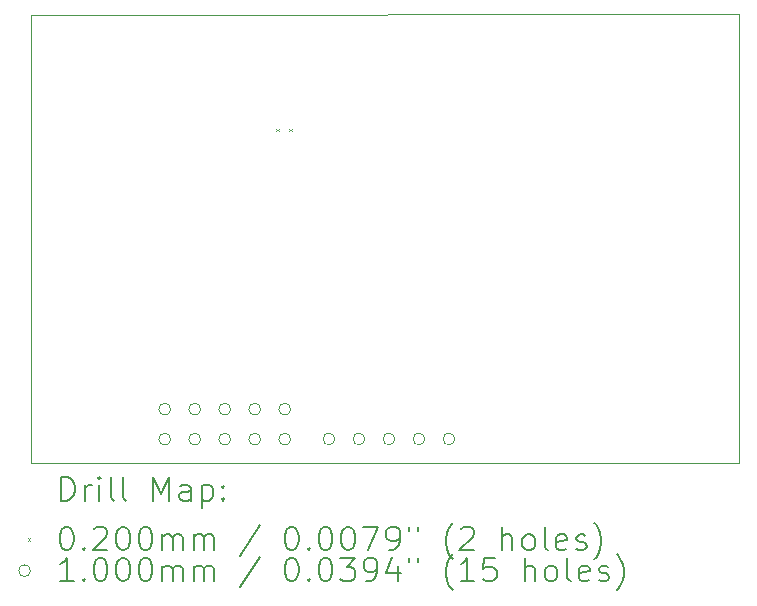
<source format=gbr>
%TF.GenerationSoftware,KiCad,Pcbnew,7.0.6*%
%TF.CreationDate,2024-04-19T14:08:24+03:00*%
%TF.ProjectId,esc,6573632e-6b69-4636-9164-5f7063625858,rev?*%
%TF.SameCoordinates,Original*%
%TF.FileFunction,Drillmap*%
%TF.FilePolarity,Positive*%
%FSLAX45Y45*%
G04 Gerber Fmt 4.5, Leading zero omitted, Abs format (unit mm)*
G04 Created by KiCad (PCBNEW 7.0.6) date 2024-04-19 14:08:24*
%MOMM*%
%LPD*%
G01*
G04 APERTURE LIST*
%ADD10C,0.100000*%
%ADD11C,0.200000*%
%ADD12C,0.020000*%
G04 APERTURE END LIST*
D10*
X10590000Y-3200000D02*
X4601000Y-3201000D01*
X10590000Y-6999000D02*
X10590000Y-3200000D01*
X10590000Y-6999000D02*
X4598500Y-7000000D01*
X4601000Y-3201000D02*
X4598500Y-7000000D01*
D11*
D12*
X6674250Y-4167750D02*
X6694250Y-4187750D01*
X6694250Y-4167750D02*
X6674250Y-4187750D01*
X6784250Y-4167750D02*
X6804250Y-4187750D01*
X6804250Y-4167750D02*
X6784250Y-4187750D01*
D10*
X5780500Y-6542500D02*
G75*
G03*
X5780500Y-6542500I-50000J0D01*
G01*
X5780500Y-6796500D02*
G75*
G03*
X5780500Y-6796500I-50000J0D01*
G01*
X6034500Y-6542500D02*
G75*
G03*
X6034500Y-6542500I-50000J0D01*
G01*
X6034500Y-6796500D02*
G75*
G03*
X6034500Y-6796500I-50000J0D01*
G01*
X6288500Y-6542500D02*
G75*
G03*
X6288500Y-6542500I-50000J0D01*
G01*
X6288500Y-6796500D02*
G75*
G03*
X6288500Y-6796500I-50000J0D01*
G01*
X6542500Y-6542500D02*
G75*
G03*
X6542500Y-6542500I-50000J0D01*
G01*
X6542500Y-6796500D02*
G75*
G03*
X6542500Y-6796500I-50000J0D01*
G01*
X6796500Y-6542500D02*
G75*
G03*
X6796500Y-6542500I-50000J0D01*
G01*
X6796500Y-6796500D02*
G75*
G03*
X6796500Y-6796500I-50000J0D01*
G01*
X7171000Y-6795000D02*
G75*
G03*
X7171000Y-6795000I-50000J0D01*
G01*
X7425000Y-6795000D02*
G75*
G03*
X7425000Y-6795000I-50000J0D01*
G01*
X7679000Y-6795000D02*
G75*
G03*
X7679000Y-6795000I-50000J0D01*
G01*
X7933000Y-6795000D02*
G75*
G03*
X7933000Y-6795000I-50000J0D01*
G01*
X8187000Y-6795000D02*
G75*
G03*
X8187000Y-6795000I-50000J0D01*
G01*
D11*
X4854277Y-7316484D02*
X4854277Y-7116484D01*
X4854277Y-7116484D02*
X4901896Y-7116484D01*
X4901896Y-7116484D02*
X4930467Y-7126008D01*
X4930467Y-7126008D02*
X4949515Y-7145055D01*
X4949515Y-7145055D02*
X4959039Y-7164103D01*
X4959039Y-7164103D02*
X4968563Y-7202198D01*
X4968563Y-7202198D02*
X4968563Y-7230769D01*
X4968563Y-7230769D02*
X4959039Y-7268865D01*
X4959039Y-7268865D02*
X4949515Y-7287912D01*
X4949515Y-7287912D02*
X4930467Y-7306960D01*
X4930467Y-7306960D02*
X4901896Y-7316484D01*
X4901896Y-7316484D02*
X4854277Y-7316484D01*
X5054277Y-7316484D02*
X5054277Y-7183150D01*
X5054277Y-7221246D02*
X5063801Y-7202198D01*
X5063801Y-7202198D02*
X5073324Y-7192674D01*
X5073324Y-7192674D02*
X5092372Y-7183150D01*
X5092372Y-7183150D02*
X5111420Y-7183150D01*
X5178086Y-7316484D02*
X5178086Y-7183150D01*
X5178086Y-7116484D02*
X5168563Y-7126008D01*
X5168563Y-7126008D02*
X5178086Y-7135531D01*
X5178086Y-7135531D02*
X5187610Y-7126008D01*
X5187610Y-7126008D02*
X5178086Y-7116484D01*
X5178086Y-7116484D02*
X5178086Y-7135531D01*
X5301896Y-7316484D02*
X5282848Y-7306960D01*
X5282848Y-7306960D02*
X5273324Y-7287912D01*
X5273324Y-7287912D02*
X5273324Y-7116484D01*
X5406658Y-7316484D02*
X5387610Y-7306960D01*
X5387610Y-7306960D02*
X5378086Y-7287912D01*
X5378086Y-7287912D02*
X5378086Y-7116484D01*
X5635229Y-7316484D02*
X5635229Y-7116484D01*
X5635229Y-7116484D02*
X5701896Y-7259341D01*
X5701896Y-7259341D02*
X5768562Y-7116484D01*
X5768562Y-7116484D02*
X5768562Y-7316484D01*
X5949515Y-7316484D02*
X5949515Y-7211722D01*
X5949515Y-7211722D02*
X5939991Y-7192674D01*
X5939991Y-7192674D02*
X5920943Y-7183150D01*
X5920943Y-7183150D02*
X5882848Y-7183150D01*
X5882848Y-7183150D02*
X5863801Y-7192674D01*
X5949515Y-7306960D02*
X5930467Y-7316484D01*
X5930467Y-7316484D02*
X5882848Y-7316484D01*
X5882848Y-7316484D02*
X5863801Y-7306960D01*
X5863801Y-7306960D02*
X5854277Y-7287912D01*
X5854277Y-7287912D02*
X5854277Y-7268865D01*
X5854277Y-7268865D02*
X5863801Y-7249817D01*
X5863801Y-7249817D02*
X5882848Y-7240293D01*
X5882848Y-7240293D02*
X5930467Y-7240293D01*
X5930467Y-7240293D02*
X5949515Y-7230769D01*
X6044753Y-7183150D02*
X6044753Y-7383150D01*
X6044753Y-7192674D02*
X6063801Y-7183150D01*
X6063801Y-7183150D02*
X6101896Y-7183150D01*
X6101896Y-7183150D02*
X6120943Y-7192674D01*
X6120943Y-7192674D02*
X6130467Y-7202198D01*
X6130467Y-7202198D02*
X6139991Y-7221246D01*
X6139991Y-7221246D02*
X6139991Y-7278388D01*
X6139991Y-7278388D02*
X6130467Y-7297436D01*
X6130467Y-7297436D02*
X6120943Y-7306960D01*
X6120943Y-7306960D02*
X6101896Y-7316484D01*
X6101896Y-7316484D02*
X6063801Y-7316484D01*
X6063801Y-7316484D02*
X6044753Y-7306960D01*
X6225705Y-7297436D02*
X6235229Y-7306960D01*
X6235229Y-7306960D02*
X6225705Y-7316484D01*
X6225705Y-7316484D02*
X6216182Y-7306960D01*
X6216182Y-7306960D02*
X6225705Y-7297436D01*
X6225705Y-7297436D02*
X6225705Y-7316484D01*
X6225705Y-7192674D02*
X6235229Y-7202198D01*
X6235229Y-7202198D02*
X6225705Y-7211722D01*
X6225705Y-7211722D02*
X6216182Y-7202198D01*
X6216182Y-7202198D02*
X6225705Y-7192674D01*
X6225705Y-7192674D02*
X6225705Y-7211722D01*
D12*
X4573500Y-7635000D02*
X4593500Y-7655000D01*
X4593500Y-7635000D02*
X4573500Y-7655000D01*
D11*
X4892372Y-7536484D02*
X4911420Y-7536484D01*
X4911420Y-7536484D02*
X4930467Y-7546008D01*
X4930467Y-7546008D02*
X4939991Y-7555531D01*
X4939991Y-7555531D02*
X4949515Y-7574579D01*
X4949515Y-7574579D02*
X4959039Y-7612674D01*
X4959039Y-7612674D02*
X4959039Y-7660293D01*
X4959039Y-7660293D02*
X4949515Y-7698388D01*
X4949515Y-7698388D02*
X4939991Y-7717436D01*
X4939991Y-7717436D02*
X4930467Y-7726960D01*
X4930467Y-7726960D02*
X4911420Y-7736484D01*
X4911420Y-7736484D02*
X4892372Y-7736484D01*
X4892372Y-7736484D02*
X4873324Y-7726960D01*
X4873324Y-7726960D02*
X4863801Y-7717436D01*
X4863801Y-7717436D02*
X4854277Y-7698388D01*
X4854277Y-7698388D02*
X4844753Y-7660293D01*
X4844753Y-7660293D02*
X4844753Y-7612674D01*
X4844753Y-7612674D02*
X4854277Y-7574579D01*
X4854277Y-7574579D02*
X4863801Y-7555531D01*
X4863801Y-7555531D02*
X4873324Y-7546008D01*
X4873324Y-7546008D02*
X4892372Y-7536484D01*
X5044753Y-7717436D02*
X5054277Y-7726960D01*
X5054277Y-7726960D02*
X5044753Y-7736484D01*
X5044753Y-7736484D02*
X5035229Y-7726960D01*
X5035229Y-7726960D02*
X5044753Y-7717436D01*
X5044753Y-7717436D02*
X5044753Y-7736484D01*
X5130467Y-7555531D02*
X5139991Y-7546008D01*
X5139991Y-7546008D02*
X5159039Y-7536484D01*
X5159039Y-7536484D02*
X5206658Y-7536484D01*
X5206658Y-7536484D02*
X5225705Y-7546008D01*
X5225705Y-7546008D02*
X5235229Y-7555531D01*
X5235229Y-7555531D02*
X5244753Y-7574579D01*
X5244753Y-7574579D02*
X5244753Y-7593627D01*
X5244753Y-7593627D02*
X5235229Y-7622198D01*
X5235229Y-7622198D02*
X5120944Y-7736484D01*
X5120944Y-7736484D02*
X5244753Y-7736484D01*
X5368563Y-7536484D02*
X5387610Y-7536484D01*
X5387610Y-7536484D02*
X5406658Y-7546008D01*
X5406658Y-7546008D02*
X5416182Y-7555531D01*
X5416182Y-7555531D02*
X5425705Y-7574579D01*
X5425705Y-7574579D02*
X5435229Y-7612674D01*
X5435229Y-7612674D02*
X5435229Y-7660293D01*
X5435229Y-7660293D02*
X5425705Y-7698388D01*
X5425705Y-7698388D02*
X5416182Y-7717436D01*
X5416182Y-7717436D02*
X5406658Y-7726960D01*
X5406658Y-7726960D02*
X5387610Y-7736484D01*
X5387610Y-7736484D02*
X5368563Y-7736484D01*
X5368563Y-7736484D02*
X5349515Y-7726960D01*
X5349515Y-7726960D02*
X5339991Y-7717436D01*
X5339991Y-7717436D02*
X5330467Y-7698388D01*
X5330467Y-7698388D02*
X5320944Y-7660293D01*
X5320944Y-7660293D02*
X5320944Y-7612674D01*
X5320944Y-7612674D02*
X5330467Y-7574579D01*
X5330467Y-7574579D02*
X5339991Y-7555531D01*
X5339991Y-7555531D02*
X5349515Y-7546008D01*
X5349515Y-7546008D02*
X5368563Y-7536484D01*
X5559039Y-7536484D02*
X5578086Y-7536484D01*
X5578086Y-7536484D02*
X5597134Y-7546008D01*
X5597134Y-7546008D02*
X5606658Y-7555531D01*
X5606658Y-7555531D02*
X5616182Y-7574579D01*
X5616182Y-7574579D02*
X5625705Y-7612674D01*
X5625705Y-7612674D02*
X5625705Y-7660293D01*
X5625705Y-7660293D02*
X5616182Y-7698388D01*
X5616182Y-7698388D02*
X5606658Y-7717436D01*
X5606658Y-7717436D02*
X5597134Y-7726960D01*
X5597134Y-7726960D02*
X5578086Y-7736484D01*
X5578086Y-7736484D02*
X5559039Y-7736484D01*
X5559039Y-7736484D02*
X5539991Y-7726960D01*
X5539991Y-7726960D02*
X5530467Y-7717436D01*
X5530467Y-7717436D02*
X5520944Y-7698388D01*
X5520944Y-7698388D02*
X5511420Y-7660293D01*
X5511420Y-7660293D02*
X5511420Y-7612674D01*
X5511420Y-7612674D02*
X5520944Y-7574579D01*
X5520944Y-7574579D02*
X5530467Y-7555531D01*
X5530467Y-7555531D02*
X5539991Y-7546008D01*
X5539991Y-7546008D02*
X5559039Y-7536484D01*
X5711420Y-7736484D02*
X5711420Y-7603150D01*
X5711420Y-7622198D02*
X5720943Y-7612674D01*
X5720943Y-7612674D02*
X5739991Y-7603150D01*
X5739991Y-7603150D02*
X5768563Y-7603150D01*
X5768563Y-7603150D02*
X5787610Y-7612674D01*
X5787610Y-7612674D02*
X5797134Y-7631722D01*
X5797134Y-7631722D02*
X5797134Y-7736484D01*
X5797134Y-7631722D02*
X5806658Y-7612674D01*
X5806658Y-7612674D02*
X5825705Y-7603150D01*
X5825705Y-7603150D02*
X5854277Y-7603150D01*
X5854277Y-7603150D02*
X5873324Y-7612674D01*
X5873324Y-7612674D02*
X5882848Y-7631722D01*
X5882848Y-7631722D02*
X5882848Y-7736484D01*
X5978086Y-7736484D02*
X5978086Y-7603150D01*
X5978086Y-7622198D02*
X5987610Y-7612674D01*
X5987610Y-7612674D02*
X6006658Y-7603150D01*
X6006658Y-7603150D02*
X6035229Y-7603150D01*
X6035229Y-7603150D02*
X6054277Y-7612674D01*
X6054277Y-7612674D02*
X6063801Y-7631722D01*
X6063801Y-7631722D02*
X6063801Y-7736484D01*
X6063801Y-7631722D02*
X6073324Y-7612674D01*
X6073324Y-7612674D02*
X6092372Y-7603150D01*
X6092372Y-7603150D02*
X6120943Y-7603150D01*
X6120943Y-7603150D02*
X6139991Y-7612674D01*
X6139991Y-7612674D02*
X6149515Y-7631722D01*
X6149515Y-7631722D02*
X6149515Y-7736484D01*
X6539991Y-7526960D02*
X6368563Y-7784103D01*
X6797134Y-7536484D02*
X6816182Y-7536484D01*
X6816182Y-7536484D02*
X6835229Y-7546008D01*
X6835229Y-7546008D02*
X6844753Y-7555531D01*
X6844753Y-7555531D02*
X6854277Y-7574579D01*
X6854277Y-7574579D02*
X6863801Y-7612674D01*
X6863801Y-7612674D02*
X6863801Y-7660293D01*
X6863801Y-7660293D02*
X6854277Y-7698388D01*
X6854277Y-7698388D02*
X6844753Y-7717436D01*
X6844753Y-7717436D02*
X6835229Y-7726960D01*
X6835229Y-7726960D02*
X6816182Y-7736484D01*
X6816182Y-7736484D02*
X6797134Y-7736484D01*
X6797134Y-7736484D02*
X6778086Y-7726960D01*
X6778086Y-7726960D02*
X6768563Y-7717436D01*
X6768563Y-7717436D02*
X6759039Y-7698388D01*
X6759039Y-7698388D02*
X6749515Y-7660293D01*
X6749515Y-7660293D02*
X6749515Y-7612674D01*
X6749515Y-7612674D02*
X6759039Y-7574579D01*
X6759039Y-7574579D02*
X6768563Y-7555531D01*
X6768563Y-7555531D02*
X6778086Y-7546008D01*
X6778086Y-7546008D02*
X6797134Y-7536484D01*
X6949515Y-7717436D02*
X6959039Y-7726960D01*
X6959039Y-7726960D02*
X6949515Y-7736484D01*
X6949515Y-7736484D02*
X6939991Y-7726960D01*
X6939991Y-7726960D02*
X6949515Y-7717436D01*
X6949515Y-7717436D02*
X6949515Y-7736484D01*
X7082848Y-7536484D02*
X7101896Y-7536484D01*
X7101896Y-7536484D02*
X7120944Y-7546008D01*
X7120944Y-7546008D02*
X7130467Y-7555531D01*
X7130467Y-7555531D02*
X7139991Y-7574579D01*
X7139991Y-7574579D02*
X7149515Y-7612674D01*
X7149515Y-7612674D02*
X7149515Y-7660293D01*
X7149515Y-7660293D02*
X7139991Y-7698388D01*
X7139991Y-7698388D02*
X7130467Y-7717436D01*
X7130467Y-7717436D02*
X7120944Y-7726960D01*
X7120944Y-7726960D02*
X7101896Y-7736484D01*
X7101896Y-7736484D02*
X7082848Y-7736484D01*
X7082848Y-7736484D02*
X7063801Y-7726960D01*
X7063801Y-7726960D02*
X7054277Y-7717436D01*
X7054277Y-7717436D02*
X7044753Y-7698388D01*
X7044753Y-7698388D02*
X7035229Y-7660293D01*
X7035229Y-7660293D02*
X7035229Y-7612674D01*
X7035229Y-7612674D02*
X7044753Y-7574579D01*
X7044753Y-7574579D02*
X7054277Y-7555531D01*
X7054277Y-7555531D02*
X7063801Y-7546008D01*
X7063801Y-7546008D02*
X7082848Y-7536484D01*
X7273325Y-7536484D02*
X7292372Y-7536484D01*
X7292372Y-7536484D02*
X7311420Y-7546008D01*
X7311420Y-7546008D02*
X7320944Y-7555531D01*
X7320944Y-7555531D02*
X7330467Y-7574579D01*
X7330467Y-7574579D02*
X7339991Y-7612674D01*
X7339991Y-7612674D02*
X7339991Y-7660293D01*
X7339991Y-7660293D02*
X7330467Y-7698388D01*
X7330467Y-7698388D02*
X7320944Y-7717436D01*
X7320944Y-7717436D02*
X7311420Y-7726960D01*
X7311420Y-7726960D02*
X7292372Y-7736484D01*
X7292372Y-7736484D02*
X7273325Y-7736484D01*
X7273325Y-7736484D02*
X7254277Y-7726960D01*
X7254277Y-7726960D02*
X7244753Y-7717436D01*
X7244753Y-7717436D02*
X7235229Y-7698388D01*
X7235229Y-7698388D02*
X7225706Y-7660293D01*
X7225706Y-7660293D02*
X7225706Y-7612674D01*
X7225706Y-7612674D02*
X7235229Y-7574579D01*
X7235229Y-7574579D02*
X7244753Y-7555531D01*
X7244753Y-7555531D02*
X7254277Y-7546008D01*
X7254277Y-7546008D02*
X7273325Y-7536484D01*
X7406658Y-7536484D02*
X7539991Y-7536484D01*
X7539991Y-7536484D02*
X7454277Y-7736484D01*
X7625706Y-7736484D02*
X7663801Y-7736484D01*
X7663801Y-7736484D02*
X7682848Y-7726960D01*
X7682848Y-7726960D02*
X7692372Y-7717436D01*
X7692372Y-7717436D02*
X7711420Y-7688865D01*
X7711420Y-7688865D02*
X7720944Y-7650769D01*
X7720944Y-7650769D02*
X7720944Y-7574579D01*
X7720944Y-7574579D02*
X7711420Y-7555531D01*
X7711420Y-7555531D02*
X7701896Y-7546008D01*
X7701896Y-7546008D02*
X7682848Y-7536484D01*
X7682848Y-7536484D02*
X7644753Y-7536484D01*
X7644753Y-7536484D02*
X7625706Y-7546008D01*
X7625706Y-7546008D02*
X7616182Y-7555531D01*
X7616182Y-7555531D02*
X7606658Y-7574579D01*
X7606658Y-7574579D02*
X7606658Y-7622198D01*
X7606658Y-7622198D02*
X7616182Y-7641246D01*
X7616182Y-7641246D02*
X7625706Y-7650769D01*
X7625706Y-7650769D02*
X7644753Y-7660293D01*
X7644753Y-7660293D02*
X7682848Y-7660293D01*
X7682848Y-7660293D02*
X7701896Y-7650769D01*
X7701896Y-7650769D02*
X7711420Y-7641246D01*
X7711420Y-7641246D02*
X7720944Y-7622198D01*
X7797134Y-7536484D02*
X7797134Y-7574579D01*
X7873325Y-7536484D02*
X7873325Y-7574579D01*
X8168563Y-7812674D02*
X8159039Y-7803150D01*
X8159039Y-7803150D02*
X8139991Y-7774579D01*
X8139991Y-7774579D02*
X8130468Y-7755531D01*
X8130468Y-7755531D02*
X8120944Y-7726960D01*
X8120944Y-7726960D02*
X8111420Y-7679341D01*
X8111420Y-7679341D02*
X8111420Y-7641246D01*
X8111420Y-7641246D02*
X8120944Y-7593627D01*
X8120944Y-7593627D02*
X8130468Y-7565055D01*
X8130468Y-7565055D02*
X8139991Y-7546008D01*
X8139991Y-7546008D02*
X8159039Y-7517436D01*
X8159039Y-7517436D02*
X8168563Y-7507912D01*
X8235229Y-7555531D02*
X8244753Y-7546008D01*
X8244753Y-7546008D02*
X8263801Y-7536484D01*
X8263801Y-7536484D02*
X8311420Y-7536484D01*
X8311420Y-7536484D02*
X8330468Y-7546008D01*
X8330468Y-7546008D02*
X8339991Y-7555531D01*
X8339991Y-7555531D02*
X8349515Y-7574579D01*
X8349515Y-7574579D02*
X8349515Y-7593627D01*
X8349515Y-7593627D02*
X8339991Y-7622198D01*
X8339991Y-7622198D02*
X8225706Y-7736484D01*
X8225706Y-7736484D02*
X8349515Y-7736484D01*
X8587611Y-7736484D02*
X8587611Y-7536484D01*
X8673325Y-7736484D02*
X8673325Y-7631722D01*
X8673325Y-7631722D02*
X8663801Y-7612674D01*
X8663801Y-7612674D02*
X8644753Y-7603150D01*
X8644753Y-7603150D02*
X8616182Y-7603150D01*
X8616182Y-7603150D02*
X8597134Y-7612674D01*
X8597134Y-7612674D02*
X8587611Y-7622198D01*
X8797134Y-7736484D02*
X8778087Y-7726960D01*
X8778087Y-7726960D02*
X8768563Y-7717436D01*
X8768563Y-7717436D02*
X8759039Y-7698388D01*
X8759039Y-7698388D02*
X8759039Y-7641246D01*
X8759039Y-7641246D02*
X8768563Y-7622198D01*
X8768563Y-7622198D02*
X8778087Y-7612674D01*
X8778087Y-7612674D02*
X8797134Y-7603150D01*
X8797134Y-7603150D02*
X8825706Y-7603150D01*
X8825706Y-7603150D02*
X8844753Y-7612674D01*
X8844753Y-7612674D02*
X8854277Y-7622198D01*
X8854277Y-7622198D02*
X8863801Y-7641246D01*
X8863801Y-7641246D02*
X8863801Y-7698388D01*
X8863801Y-7698388D02*
X8854277Y-7717436D01*
X8854277Y-7717436D02*
X8844753Y-7726960D01*
X8844753Y-7726960D02*
X8825706Y-7736484D01*
X8825706Y-7736484D02*
X8797134Y-7736484D01*
X8978087Y-7736484D02*
X8959039Y-7726960D01*
X8959039Y-7726960D02*
X8949515Y-7707912D01*
X8949515Y-7707912D02*
X8949515Y-7536484D01*
X9130468Y-7726960D02*
X9111420Y-7736484D01*
X9111420Y-7736484D02*
X9073325Y-7736484D01*
X9073325Y-7736484D02*
X9054277Y-7726960D01*
X9054277Y-7726960D02*
X9044753Y-7707912D01*
X9044753Y-7707912D02*
X9044753Y-7631722D01*
X9044753Y-7631722D02*
X9054277Y-7612674D01*
X9054277Y-7612674D02*
X9073325Y-7603150D01*
X9073325Y-7603150D02*
X9111420Y-7603150D01*
X9111420Y-7603150D02*
X9130468Y-7612674D01*
X9130468Y-7612674D02*
X9139992Y-7631722D01*
X9139992Y-7631722D02*
X9139992Y-7650769D01*
X9139992Y-7650769D02*
X9044753Y-7669817D01*
X9216182Y-7726960D02*
X9235230Y-7736484D01*
X9235230Y-7736484D02*
X9273325Y-7736484D01*
X9273325Y-7736484D02*
X9292373Y-7726960D01*
X9292373Y-7726960D02*
X9301896Y-7707912D01*
X9301896Y-7707912D02*
X9301896Y-7698388D01*
X9301896Y-7698388D02*
X9292373Y-7679341D01*
X9292373Y-7679341D02*
X9273325Y-7669817D01*
X9273325Y-7669817D02*
X9244753Y-7669817D01*
X9244753Y-7669817D02*
X9225706Y-7660293D01*
X9225706Y-7660293D02*
X9216182Y-7641246D01*
X9216182Y-7641246D02*
X9216182Y-7631722D01*
X9216182Y-7631722D02*
X9225706Y-7612674D01*
X9225706Y-7612674D02*
X9244753Y-7603150D01*
X9244753Y-7603150D02*
X9273325Y-7603150D01*
X9273325Y-7603150D02*
X9292373Y-7612674D01*
X9368563Y-7812674D02*
X9378087Y-7803150D01*
X9378087Y-7803150D02*
X9397134Y-7774579D01*
X9397134Y-7774579D02*
X9406658Y-7755531D01*
X9406658Y-7755531D02*
X9416182Y-7726960D01*
X9416182Y-7726960D02*
X9425706Y-7679341D01*
X9425706Y-7679341D02*
X9425706Y-7641246D01*
X9425706Y-7641246D02*
X9416182Y-7593627D01*
X9416182Y-7593627D02*
X9406658Y-7565055D01*
X9406658Y-7565055D02*
X9397134Y-7546008D01*
X9397134Y-7546008D02*
X9378087Y-7517436D01*
X9378087Y-7517436D02*
X9368563Y-7507912D01*
D10*
X4593500Y-7909000D02*
G75*
G03*
X4593500Y-7909000I-50000J0D01*
G01*
D11*
X4959039Y-8000484D02*
X4844753Y-8000484D01*
X4901896Y-8000484D02*
X4901896Y-7800484D01*
X4901896Y-7800484D02*
X4882848Y-7829055D01*
X4882848Y-7829055D02*
X4863801Y-7848103D01*
X4863801Y-7848103D02*
X4844753Y-7857627D01*
X5044753Y-7981436D02*
X5054277Y-7990960D01*
X5054277Y-7990960D02*
X5044753Y-8000484D01*
X5044753Y-8000484D02*
X5035229Y-7990960D01*
X5035229Y-7990960D02*
X5044753Y-7981436D01*
X5044753Y-7981436D02*
X5044753Y-8000484D01*
X5178086Y-7800484D02*
X5197134Y-7800484D01*
X5197134Y-7800484D02*
X5216182Y-7810008D01*
X5216182Y-7810008D02*
X5225705Y-7819531D01*
X5225705Y-7819531D02*
X5235229Y-7838579D01*
X5235229Y-7838579D02*
X5244753Y-7876674D01*
X5244753Y-7876674D02*
X5244753Y-7924293D01*
X5244753Y-7924293D02*
X5235229Y-7962388D01*
X5235229Y-7962388D02*
X5225705Y-7981436D01*
X5225705Y-7981436D02*
X5216182Y-7990960D01*
X5216182Y-7990960D02*
X5197134Y-8000484D01*
X5197134Y-8000484D02*
X5178086Y-8000484D01*
X5178086Y-8000484D02*
X5159039Y-7990960D01*
X5159039Y-7990960D02*
X5149515Y-7981436D01*
X5149515Y-7981436D02*
X5139991Y-7962388D01*
X5139991Y-7962388D02*
X5130467Y-7924293D01*
X5130467Y-7924293D02*
X5130467Y-7876674D01*
X5130467Y-7876674D02*
X5139991Y-7838579D01*
X5139991Y-7838579D02*
X5149515Y-7819531D01*
X5149515Y-7819531D02*
X5159039Y-7810008D01*
X5159039Y-7810008D02*
X5178086Y-7800484D01*
X5368563Y-7800484D02*
X5387610Y-7800484D01*
X5387610Y-7800484D02*
X5406658Y-7810008D01*
X5406658Y-7810008D02*
X5416182Y-7819531D01*
X5416182Y-7819531D02*
X5425705Y-7838579D01*
X5425705Y-7838579D02*
X5435229Y-7876674D01*
X5435229Y-7876674D02*
X5435229Y-7924293D01*
X5435229Y-7924293D02*
X5425705Y-7962388D01*
X5425705Y-7962388D02*
X5416182Y-7981436D01*
X5416182Y-7981436D02*
X5406658Y-7990960D01*
X5406658Y-7990960D02*
X5387610Y-8000484D01*
X5387610Y-8000484D02*
X5368563Y-8000484D01*
X5368563Y-8000484D02*
X5349515Y-7990960D01*
X5349515Y-7990960D02*
X5339991Y-7981436D01*
X5339991Y-7981436D02*
X5330467Y-7962388D01*
X5330467Y-7962388D02*
X5320944Y-7924293D01*
X5320944Y-7924293D02*
X5320944Y-7876674D01*
X5320944Y-7876674D02*
X5330467Y-7838579D01*
X5330467Y-7838579D02*
X5339991Y-7819531D01*
X5339991Y-7819531D02*
X5349515Y-7810008D01*
X5349515Y-7810008D02*
X5368563Y-7800484D01*
X5559039Y-7800484D02*
X5578086Y-7800484D01*
X5578086Y-7800484D02*
X5597134Y-7810008D01*
X5597134Y-7810008D02*
X5606658Y-7819531D01*
X5606658Y-7819531D02*
X5616182Y-7838579D01*
X5616182Y-7838579D02*
X5625705Y-7876674D01*
X5625705Y-7876674D02*
X5625705Y-7924293D01*
X5625705Y-7924293D02*
X5616182Y-7962388D01*
X5616182Y-7962388D02*
X5606658Y-7981436D01*
X5606658Y-7981436D02*
X5597134Y-7990960D01*
X5597134Y-7990960D02*
X5578086Y-8000484D01*
X5578086Y-8000484D02*
X5559039Y-8000484D01*
X5559039Y-8000484D02*
X5539991Y-7990960D01*
X5539991Y-7990960D02*
X5530467Y-7981436D01*
X5530467Y-7981436D02*
X5520944Y-7962388D01*
X5520944Y-7962388D02*
X5511420Y-7924293D01*
X5511420Y-7924293D02*
X5511420Y-7876674D01*
X5511420Y-7876674D02*
X5520944Y-7838579D01*
X5520944Y-7838579D02*
X5530467Y-7819531D01*
X5530467Y-7819531D02*
X5539991Y-7810008D01*
X5539991Y-7810008D02*
X5559039Y-7800484D01*
X5711420Y-8000484D02*
X5711420Y-7867150D01*
X5711420Y-7886198D02*
X5720943Y-7876674D01*
X5720943Y-7876674D02*
X5739991Y-7867150D01*
X5739991Y-7867150D02*
X5768563Y-7867150D01*
X5768563Y-7867150D02*
X5787610Y-7876674D01*
X5787610Y-7876674D02*
X5797134Y-7895722D01*
X5797134Y-7895722D02*
X5797134Y-8000484D01*
X5797134Y-7895722D02*
X5806658Y-7876674D01*
X5806658Y-7876674D02*
X5825705Y-7867150D01*
X5825705Y-7867150D02*
X5854277Y-7867150D01*
X5854277Y-7867150D02*
X5873324Y-7876674D01*
X5873324Y-7876674D02*
X5882848Y-7895722D01*
X5882848Y-7895722D02*
X5882848Y-8000484D01*
X5978086Y-8000484D02*
X5978086Y-7867150D01*
X5978086Y-7886198D02*
X5987610Y-7876674D01*
X5987610Y-7876674D02*
X6006658Y-7867150D01*
X6006658Y-7867150D02*
X6035229Y-7867150D01*
X6035229Y-7867150D02*
X6054277Y-7876674D01*
X6054277Y-7876674D02*
X6063801Y-7895722D01*
X6063801Y-7895722D02*
X6063801Y-8000484D01*
X6063801Y-7895722D02*
X6073324Y-7876674D01*
X6073324Y-7876674D02*
X6092372Y-7867150D01*
X6092372Y-7867150D02*
X6120943Y-7867150D01*
X6120943Y-7867150D02*
X6139991Y-7876674D01*
X6139991Y-7876674D02*
X6149515Y-7895722D01*
X6149515Y-7895722D02*
X6149515Y-8000484D01*
X6539991Y-7790960D02*
X6368563Y-8048103D01*
X6797134Y-7800484D02*
X6816182Y-7800484D01*
X6816182Y-7800484D02*
X6835229Y-7810008D01*
X6835229Y-7810008D02*
X6844753Y-7819531D01*
X6844753Y-7819531D02*
X6854277Y-7838579D01*
X6854277Y-7838579D02*
X6863801Y-7876674D01*
X6863801Y-7876674D02*
X6863801Y-7924293D01*
X6863801Y-7924293D02*
X6854277Y-7962388D01*
X6854277Y-7962388D02*
X6844753Y-7981436D01*
X6844753Y-7981436D02*
X6835229Y-7990960D01*
X6835229Y-7990960D02*
X6816182Y-8000484D01*
X6816182Y-8000484D02*
X6797134Y-8000484D01*
X6797134Y-8000484D02*
X6778086Y-7990960D01*
X6778086Y-7990960D02*
X6768563Y-7981436D01*
X6768563Y-7981436D02*
X6759039Y-7962388D01*
X6759039Y-7962388D02*
X6749515Y-7924293D01*
X6749515Y-7924293D02*
X6749515Y-7876674D01*
X6749515Y-7876674D02*
X6759039Y-7838579D01*
X6759039Y-7838579D02*
X6768563Y-7819531D01*
X6768563Y-7819531D02*
X6778086Y-7810008D01*
X6778086Y-7810008D02*
X6797134Y-7800484D01*
X6949515Y-7981436D02*
X6959039Y-7990960D01*
X6959039Y-7990960D02*
X6949515Y-8000484D01*
X6949515Y-8000484D02*
X6939991Y-7990960D01*
X6939991Y-7990960D02*
X6949515Y-7981436D01*
X6949515Y-7981436D02*
X6949515Y-8000484D01*
X7082848Y-7800484D02*
X7101896Y-7800484D01*
X7101896Y-7800484D02*
X7120944Y-7810008D01*
X7120944Y-7810008D02*
X7130467Y-7819531D01*
X7130467Y-7819531D02*
X7139991Y-7838579D01*
X7139991Y-7838579D02*
X7149515Y-7876674D01*
X7149515Y-7876674D02*
X7149515Y-7924293D01*
X7149515Y-7924293D02*
X7139991Y-7962388D01*
X7139991Y-7962388D02*
X7130467Y-7981436D01*
X7130467Y-7981436D02*
X7120944Y-7990960D01*
X7120944Y-7990960D02*
X7101896Y-8000484D01*
X7101896Y-8000484D02*
X7082848Y-8000484D01*
X7082848Y-8000484D02*
X7063801Y-7990960D01*
X7063801Y-7990960D02*
X7054277Y-7981436D01*
X7054277Y-7981436D02*
X7044753Y-7962388D01*
X7044753Y-7962388D02*
X7035229Y-7924293D01*
X7035229Y-7924293D02*
X7035229Y-7876674D01*
X7035229Y-7876674D02*
X7044753Y-7838579D01*
X7044753Y-7838579D02*
X7054277Y-7819531D01*
X7054277Y-7819531D02*
X7063801Y-7810008D01*
X7063801Y-7810008D02*
X7082848Y-7800484D01*
X7216182Y-7800484D02*
X7339991Y-7800484D01*
X7339991Y-7800484D02*
X7273325Y-7876674D01*
X7273325Y-7876674D02*
X7301896Y-7876674D01*
X7301896Y-7876674D02*
X7320944Y-7886198D01*
X7320944Y-7886198D02*
X7330467Y-7895722D01*
X7330467Y-7895722D02*
X7339991Y-7914769D01*
X7339991Y-7914769D02*
X7339991Y-7962388D01*
X7339991Y-7962388D02*
X7330467Y-7981436D01*
X7330467Y-7981436D02*
X7320944Y-7990960D01*
X7320944Y-7990960D02*
X7301896Y-8000484D01*
X7301896Y-8000484D02*
X7244753Y-8000484D01*
X7244753Y-8000484D02*
X7225706Y-7990960D01*
X7225706Y-7990960D02*
X7216182Y-7981436D01*
X7435229Y-8000484D02*
X7473325Y-8000484D01*
X7473325Y-8000484D02*
X7492372Y-7990960D01*
X7492372Y-7990960D02*
X7501896Y-7981436D01*
X7501896Y-7981436D02*
X7520944Y-7952865D01*
X7520944Y-7952865D02*
X7530467Y-7914769D01*
X7530467Y-7914769D02*
X7530467Y-7838579D01*
X7530467Y-7838579D02*
X7520944Y-7819531D01*
X7520944Y-7819531D02*
X7511420Y-7810008D01*
X7511420Y-7810008D02*
X7492372Y-7800484D01*
X7492372Y-7800484D02*
X7454277Y-7800484D01*
X7454277Y-7800484D02*
X7435229Y-7810008D01*
X7435229Y-7810008D02*
X7425706Y-7819531D01*
X7425706Y-7819531D02*
X7416182Y-7838579D01*
X7416182Y-7838579D02*
X7416182Y-7886198D01*
X7416182Y-7886198D02*
X7425706Y-7905246D01*
X7425706Y-7905246D02*
X7435229Y-7914769D01*
X7435229Y-7914769D02*
X7454277Y-7924293D01*
X7454277Y-7924293D02*
X7492372Y-7924293D01*
X7492372Y-7924293D02*
X7511420Y-7914769D01*
X7511420Y-7914769D02*
X7520944Y-7905246D01*
X7520944Y-7905246D02*
X7530467Y-7886198D01*
X7701896Y-7867150D02*
X7701896Y-8000484D01*
X7654277Y-7790960D02*
X7606658Y-7933817D01*
X7606658Y-7933817D02*
X7730467Y-7933817D01*
X7797134Y-7800484D02*
X7797134Y-7838579D01*
X7873325Y-7800484D02*
X7873325Y-7838579D01*
X8168563Y-8076674D02*
X8159039Y-8067150D01*
X8159039Y-8067150D02*
X8139991Y-8038579D01*
X8139991Y-8038579D02*
X8130468Y-8019531D01*
X8130468Y-8019531D02*
X8120944Y-7990960D01*
X8120944Y-7990960D02*
X8111420Y-7943341D01*
X8111420Y-7943341D02*
X8111420Y-7905246D01*
X8111420Y-7905246D02*
X8120944Y-7857627D01*
X8120944Y-7857627D02*
X8130468Y-7829055D01*
X8130468Y-7829055D02*
X8139991Y-7810008D01*
X8139991Y-7810008D02*
X8159039Y-7781436D01*
X8159039Y-7781436D02*
X8168563Y-7771912D01*
X8349515Y-8000484D02*
X8235229Y-8000484D01*
X8292372Y-8000484D02*
X8292372Y-7800484D01*
X8292372Y-7800484D02*
X8273325Y-7829055D01*
X8273325Y-7829055D02*
X8254277Y-7848103D01*
X8254277Y-7848103D02*
X8235229Y-7857627D01*
X8530468Y-7800484D02*
X8435230Y-7800484D01*
X8435230Y-7800484D02*
X8425706Y-7895722D01*
X8425706Y-7895722D02*
X8435230Y-7886198D01*
X8435230Y-7886198D02*
X8454277Y-7876674D01*
X8454277Y-7876674D02*
X8501896Y-7876674D01*
X8501896Y-7876674D02*
X8520944Y-7886198D01*
X8520944Y-7886198D02*
X8530468Y-7895722D01*
X8530468Y-7895722D02*
X8539991Y-7914769D01*
X8539991Y-7914769D02*
X8539991Y-7962388D01*
X8539991Y-7962388D02*
X8530468Y-7981436D01*
X8530468Y-7981436D02*
X8520944Y-7990960D01*
X8520944Y-7990960D02*
X8501896Y-8000484D01*
X8501896Y-8000484D02*
X8454277Y-8000484D01*
X8454277Y-8000484D02*
X8435230Y-7990960D01*
X8435230Y-7990960D02*
X8425706Y-7981436D01*
X8778087Y-8000484D02*
X8778087Y-7800484D01*
X8863801Y-8000484D02*
X8863801Y-7895722D01*
X8863801Y-7895722D02*
X8854277Y-7876674D01*
X8854277Y-7876674D02*
X8835230Y-7867150D01*
X8835230Y-7867150D02*
X8806658Y-7867150D01*
X8806658Y-7867150D02*
X8787611Y-7876674D01*
X8787611Y-7876674D02*
X8778087Y-7886198D01*
X8987611Y-8000484D02*
X8968563Y-7990960D01*
X8968563Y-7990960D02*
X8959039Y-7981436D01*
X8959039Y-7981436D02*
X8949515Y-7962388D01*
X8949515Y-7962388D02*
X8949515Y-7905246D01*
X8949515Y-7905246D02*
X8959039Y-7886198D01*
X8959039Y-7886198D02*
X8968563Y-7876674D01*
X8968563Y-7876674D02*
X8987611Y-7867150D01*
X8987611Y-7867150D02*
X9016182Y-7867150D01*
X9016182Y-7867150D02*
X9035230Y-7876674D01*
X9035230Y-7876674D02*
X9044753Y-7886198D01*
X9044753Y-7886198D02*
X9054277Y-7905246D01*
X9054277Y-7905246D02*
X9054277Y-7962388D01*
X9054277Y-7962388D02*
X9044753Y-7981436D01*
X9044753Y-7981436D02*
X9035230Y-7990960D01*
X9035230Y-7990960D02*
X9016182Y-8000484D01*
X9016182Y-8000484D02*
X8987611Y-8000484D01*
X9168563Y-8000484D02*
X9149515Y-7990960D01*
X9149515Y-7990960D02*
X9139992Y-7971912D01*
X9139992Y-7971912D02*
X9139992Y-7800484D01*
X9320944Y-7990960D02*
X9301896Y-8000484D01*
X9301896Y-8000484D02*
X9263801Y-8000484D01*
X9263801Y-8000484D02*
X9244753Y-7990960D01*
X9244753Y-7990960D02*
X9235230Y-7971912D01*
X9235230Y-7971912D02*
X9235230Y-7895722D01*
X9235230Y-7895722D02*
X9244753Y-7876674D01*
X9244753Y-7876674D02*
X9263801Y-7867150D01*
X9263801Y-7867150D02*
X9301896Y-7867150D01*
X9301896Y-7867150D02*
X9320944Y-7876674D01*
X9320944Y-7876674D02*
X9330468Y-7895722D01*
X9330468Y-7895722D02*
X9330468Y-7914769D01*
X9330468Y-7914769D02*
X9235230Y-7933817D01*
X9406658Y-7990960D02*
X9425706Y-8000484D01*
X9425706Y-8000484D02*
X9463801Y-8000484D01*
X9463801Y-8000484D02*
X9482849Y-7990960D01*
X9482849Y-7990960D02*
X9492373Y-7971912D01*
X9492373Y-7971912D02*
X9492373Y-7962388D01*
X9492373Y-7962388D02*
X9482849Y-7943341D01*
X9482849Y-7943341D02*
X9463801Y-7933817D01*
X9463801Y-7933817D02*
X9435230Y-7933817D01*
X9435230Y-7933817D02*
X9416182Y-7924293D01*
X9416182Y-7924293D02*
X9406658Y-7905246D01*
X9406658Y-7905246D02*
X9406658Y-7895722D01*
X9406658Y-7895722D02*
X9416182Y-7876674D01*
X9416182Y-7876674D02*
X9435230Y-7867150D01*
X9435230Y-7867150D02*
X9463801Y-7867150D01*
X9463801Y-7867150D02*
X9482849Y-7876674D01*
X9559039Y-8076674D02*
X9568563Y-8067150D01*
X9568563Y-8067150D02*
X9587611Y-8038579D01*
X9587611Y-8038579D02*
X9597134Y-8019531D01*
X9597134Y-8019531D02*
X9606658Y-7990960D01*
X9606658Y-7990960D02*
X9616182Y-7943341D01*
X9616182Y-7943341D02*
X9616182Y-7905246D01*
X9616182Y-7905246D02*
X9606658Y-7857627D01*
X9606658Y-7857627D02*
X9597134Y-7829055D01*
X9597134Y-7829055D02*
X9587611Y-7810008D01*
X9587611Y-7810008D02*
X9568563Y-7781436D01*
X9568563Y-7781436D02*
X9559039Y-7771912D01*
M02*

</source>
